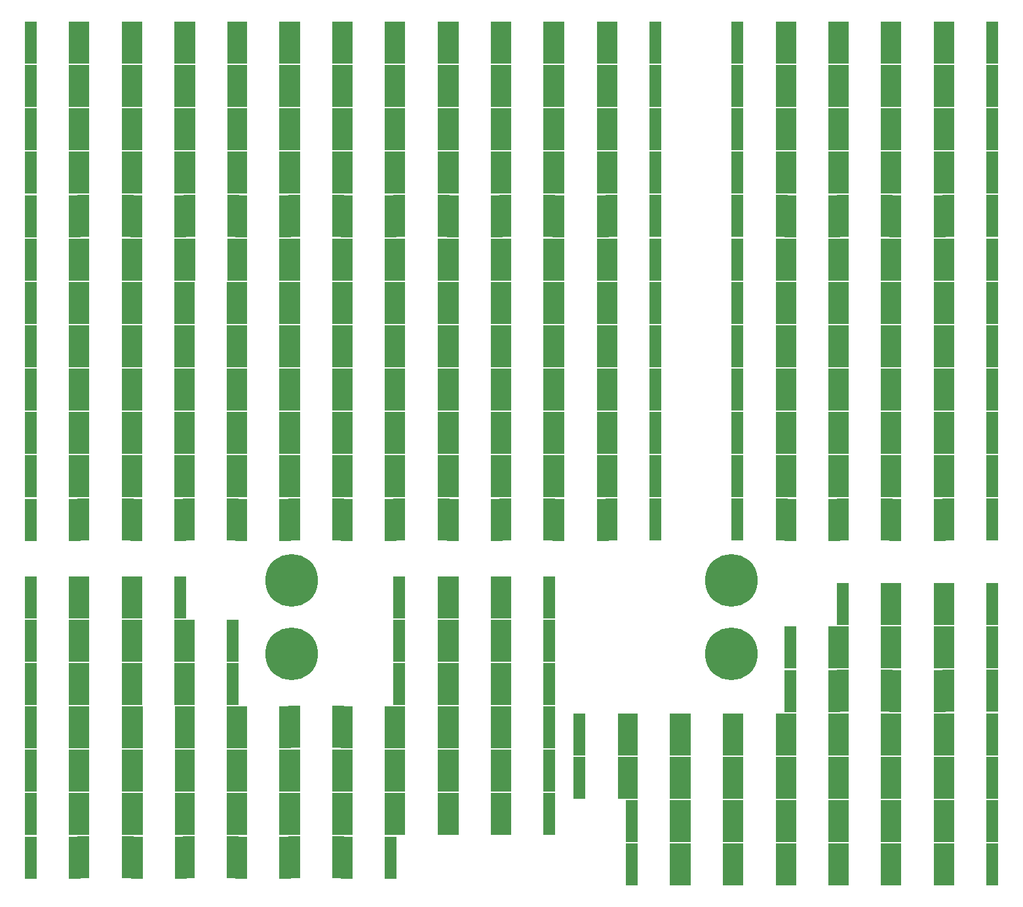
<source format=gbr>
G04 #@! TF.GenerationSoftware,KiCad,Pcbnew,(5.0.0)*
G04 #@! TF.CreationDate,2019-05-02T23:43:43-07:00*
G04 #@! TF.ProjectId,SSB Cap Board - Rev2,5353422043617020426F617264202D20,rev?*
G04 #@! TF.SameCoordinates,Original*
G04 #@! TF.FileFunction,Soldermask,Top*
G04 #@! TF.FilePolarity,Negative*
%FSLAX46Y46*%
G04 Gerber Fmt 4.6, Leading zero omitted, Abs format (unit mm)*
G04 Created by KiCad (PCBNEW (5.0.0)) date 05/02/19 23:43:43*
%MOMM*%
%LPD*%
G01*
G04 APERTURE LIST*
%ADD10R,1.650000X5.400000*%
%ADD11C,6.800000*%
%ADD12C,1.200000*%
G04 APERTURE END LIST*
D10*
G04 #@! TO.C,C284*
X12905000Y92205000D03*
X18605000Y92205000D03*
G04 #@! TD*
G04 #@! TO.C,C292*
X12905000Y86605000D03*
X18605000Y86605000D03*
G04 #@! TD*
G04 #@! TO.C,C399*
X12905000Y97805000D03*
X18605000Y97805000D03*
G04 #@! TD*
G04 #@! TO.C,C504*
X8795000Y8495000D03*
X14495000Y8495000D03*
G04 #@! TD*
G04 #@! TO.C,C456*
X62105000Y58605000D03*
X56405000Y58605000D03*
G04 #@! TD*
G04 #@! TO.C,C462*
X22395000Y8495000D03*
X28095000Y8495000D03*
G04 #@! TD*
G04 #@! TO.C,C517*
X22395000Y2895000D03*
X28095000Y2895000D03*
G04 #@! TD*
G04 #@! TO.C,C477*
X62105000Y2905000D03*
X56405000Y2905000D03*
G04 #@! TD*
G04 #@! TO.C,C479*
X34905000Y-2695000D03*
X29205000Y-2695000D03*
G04 #@! TD*
G04 #@! TO.C,C578*
X62105000Y8505000D03*
X56405000Y8505000D03*
G04 #@! TD*
G04 #@! TO.C,C577*
X15505000Y-2695000D03*
X21205000Y-2695000D03*
G04 #@! TD*
G04 #@! TO.C,C576*
X62105000Y-2695000D03*
X56405000Y-2695000D03*
G04 #@! TD*
G04 #@! TO.C,C570*
X34905000Y2905000D03*
X29205000Y2905000D03*
G04 #@! TD*
G04 #@! TO.C,C568*
X62105000Y14105000D03*
X56405000Y14105000D03*
G04 #@! TD*
G04 #@! TO.C,C567*
X15505000Y2905000D03*
X21205000Y2905000D03*
G04 #@! TD*
G04 #@! TO.C,C566*
X22395000Y14095000D03*
X28095000Y14095000D03*
G04 #@! TD*
G04 #@! TO.C,C573*
X62105000Y53005000D03*
X56405000Y53005000D03*
G04 #@! TD*
G04 #@! TO.C,C597*
X34905000Y8505000D03*
X29205000Y8505000D03*
G04 #@! TD*
G04 #@! TO.C,C596*
X14495000Y14095000D03*
X8795000Y14095000D03*
G04 #@! TD*
G04 #@! TO.C,C595*
X62105000Y19705000D03*
X56405000Y19705000D03*
G04 #@! TD*
G04 #@! TO.C,C594*
X15505000Y8505000D03*
X21205000Y8505000D03*
G04 #@! TD*
G04 #@! TO.C,C593*
X34905000Y14105000D03*
X29205000Y14105000D03*
G04 #@! TD*
G04 #@! TO.C,C588*
X49595000Y92195000D03*
X55295000Y92195000D03*
G04 #@! TD*
G04 #@! TO.C,C585*
X28095000Y-2705000D03*
X22395000Y-2705000D03*
G04 #@! TD*
G04 #@! TO.C,C584*
X62105000Y25305000D03*
X56405000Y25305000D03*
G04 #@! TD*
G04 #@! TO.C,C583*
X15505000Y14105000D03*
X21205000Y14105000D03*
G04 #@! TD*
G04 #@! TO.C,C591*
X35995000Y25295000D03*
X41695000Y25295000D03*
G04 #@! TD*
G04 #@! TO.C,C590*
X62105000Y64205000D03*
X56405000Y64205000D03*
G04 #@! TD*
G04 #@! TO.C,C542*
X48505000Y69805000D03*
X42805000Y69805000D03*
G04 #@! TD*
G04 #@! TO.C,C540*
X48505000Y30905000D03*
X42805000Y30905000D03*
G04 #@! TD*
G04 #@! TO.C,C537*
X55295000Y25295000D03*
X49595000Y25295000D03*
G04 #@! TD*
G04 #@! TO.C,C536*
X49595000Y30895000D03*
X55295000Y30895000D03*
G04 #@! TD*
G04 #@! TO.C,C534*
X62105000Y69805000D03*
X56405000Y69805000D03*
G04 #@! TD*
G04 #@! TO.C,C532*
X49595000Y80995000D03*
X55295000Y80995000D03*
G04 #@! TD*
G04 #@! TO.C,C530*
X48505000Y47405000D03*
X42805000Y47405000D03*
G04 #@! TD*
G04 #@! TO.C,C528*
X35995000Y97795000D03*
X41695000Y97795000D03*
G04 #@! TD*
G04 #@! TO.C,C527*
X41695000Y19695000D03*
X35995000Y19695000D03*
G04 #@! TD*
G04 #@! TO.C,C564*
X49595000Y19695000D03*
X55295000Y19695000D03*
G04 #@! TD*
G04 #@! TO.C,C535*
X42805000Y-2695000D03*
X48505000Y-2695000D03*
G04 #@! TD*
G04 #@! TO.C,C562*
X62105000Y75405000D03*
X56405000Y75405000D03*
G04 #@! TD*
G04 #@! TO.C,C560*
X49595000Y75395000D03*
X55295000Y75395000D03*
G04 #@! TD*
G04 #@! TO.C,C558*
X48505000Y53005000D03*
X42805000Y53005000D03*
G04 #@! TD*
G04 #@! TO.C,C556*
X35995000Y103395000D03*
X41695000Y103395000D03*
G04 #@! TD*
G04 #@! TO.C,C592*
X41695000Y14095000D03*
X35995000Y14095000D03*
G04 #@! TD*
G04 #@! TO.C,C544*
X34905000Y103405000D03*
X29205000Y103405000D03*
G04 #@! TD*
G04 #@! TO.C,C553*
X55295000Y14095000D03*
X49595000Y14095000D03*
G04 #@! TD*
G04 #@! TO.C,C552*
X48505000Y2905000D03*
X42805000Y2905000D03*
G04 #@! TD*
G04 #@! TO.C,C551*
X56405000Y81005000D03*
X62105000Y81005000D03*
G04 #@! TD*
G04 #@! TO.C,C550*
X49595000Y69795000D03*
X55295000Y69795000D03*
G04 #@! TD*
G04 #@! TO.C,C548*
X48505000Y58605000D03*
X42805000Y58605000D03*
G04 #@! TD*
G04 #@! TO.C,C546*
X35995000Y92195000D03*
X41695000Y92195000D03*
G04 #@! TD*
G04 #@! TO.C,C545*
X41695000Y8495000D03*
X35995000Y8495000D03*
G04 #@! TD*
G04 #@! TO.C,C554*
X34905000Y41805000D03*
X29205000Y41805000D03*
G04 #@! TD*
G04 #@! TO.C,C432*
X55295000Y8495000D03*
X49595000Y8495000D03*
G04 #@! TD*
G04 #@! TO.C,C599*
X34905000Y97805000D03*
X29205000Y97805000D03*
G04 #@! TD*
G04 #@! TO.C,C429*
X56405000Y86605000D03*
X62105000Y86605000D03*
G04 #@! TD*
G04 #@! TO.C,C428*
X49595000Y64195000D03*
X55295000Y64195000D03*
G04 #@! TD*
G04 #@! TO.C,C427*
X42805000Y64205000D03*
X48505000Y64205000D03*
G04 #@! TD*
G04 #@! TO.C,C425*
X41695000Y86595000D03*
X35995000Y86595000D03*
G04 #@! TD*
G04 #@! TO.C,C415*
X35995000Y2895000D03*
X41695000Y2895000D03*
G04 #@! TD*
G04 #@! TO.C,C450*
X29205000Y47405000D03*
X34905000Y47405000D03*
G04 #@! TD*
G04 #@! TO.C,C422*
X49595000Y2895000D03*
X55295000Y2895000D03*
G04 #@! TD*
G04 #@! TO.C,C413*
X42805000Y14105000D03*
X48505000Y14105000D03*
G04 #@! TD*
G04 #@! TO.C,C420*
X62105000Y92205000D03*
X56405000Y92205000D03*
G04 #@! TD*
G04 #@! TO.C,C419*
X55295000Y58595000D03*
X49595000Y58595000D03*
G04 #@! TD*
G04 #@! TO.C,C418*
X49595000Y86595000D03*
X55295000Y86595000D03*
G04 #@! TD*
G04 #@! TO.C,C417*
X41695000Y80995000D03*
X35995000Y80995000D03*
G04 #@! TD*
G04 #@! TO.C,C416*
X35995000Y-2705000D03*
X41695000Y-2705000D03*
G04 #@! TD*
G04 #@! TO.C,C424*
X29205000Y53005000D03*
X34905000Y53005000D03*
G04 #@! TD*
G04 #@! TO.C,C423*
X49595000Y-2705000D03*
X55295000Y-2705000D03*
G04 #@! TD*
G04 #@! TO.C,C421*
X42805000Y19705000D03*
X48505000Y19705000D03*
G04 #@! TD*
G04 #@! TO.C,C447*
X62105000Y97805000D03*
X56405000Y97805000D03*
G04 #@! TD*
G04 #@! TO.C,C446*
X55295000Y52995000D03*
X49595000Y52995000D03*
G04 #@! TD*
G04 #@! TO.C,C445*
X48505000Y75405000D03*
X42805000Y75405000D03*
G04 #@! TD*
G04 #@! TO.C,C444*
X41695000Y75395000D03*
X35995000Y75395000D03*
G04 #@! TD*
G04 #@! TO.C,C433*
X34905000Y58605000D03*
X29205000Y58605000D03*
G04 #@! TD*
G04 #@! TO.C,C442*
X56405000Y30905000D03*
X62105000Y30905000D03*
G04 #@! TD*
G04 #@! TO.C,C555*
X62105000Y103405000D03*
X56405000Y103405000D03*
G04 #@! TD*
G04 #@! TO.C,C430*
X55295000Y97795000D03*
X49595000Y97795000D03*
G04 #@! TD*
G04 #@! TO.C,C439*
X49595000Y47395000D03*
X55295000Y47395000D03*
G04 #@! TD*
G04 #@! TO.C,C438*
X42805000Y81005000D03*
X48505000Y81005000D03*
G04 #@! TD*
G04 #@! TO.C,C437*
X35995000Y69795000D03*
X41695000Y69795000D03*
G04 #@! TD*
G04 #@! TO.C,C436*
X29205000Y64205000D03*
X34905000Y64205000D03*
G04 #@! TD*
G04 #@! TO.C,C435*
X48505000Y25305000D03*
X42805000Y25305000D03*
G04 #@! TD*
G04 #@! TO.C,C434*
X55295000Y103395000D03*
X49595000Y103395000D03*
G04 #@! TD*
G04 #@! TO.C,C443*
X48505000Y97805000D03*
X42805000Y97805000D03*
G04 #@! TD*
G04 #@! TO.C,C441*
X42805000Y86605000D03*
X48505000Y86605000D03*
G04 #@! TD*
G04 #@! TO.C,C431*
X35995000Y64195000D03*
X41695000Y64195000D03*
G04 #@! TD*
G04 #@! TO.C,C440*
X29205000Y69805000D03*
X34905000Y69805000D03*
G04 #@! TD*
G04 #@! TO.C,C451*
X62105000Y47405000D03*
X56405000Y47405000D03*
G04 #@! TD*
G04 #@! TO.C,C448*
X42805000Y92205000D03*
X48505000Y92205000D03*
G04 #@! TD*
G04 #@! TO.C,C411*
X62105000Y41805000D03*
X56405000Y41805000D03*
G04 #@! TD*
G04 #@! TO.C,C410*
X41695000Y58595000D03*
X35995000Y58595000D03*
G04 #@! TD*
G04 #@! TO.C,C409*
X34905000Y75405000D03*
X29205000Y75405000D03*
G04 #@! TD*
G04 #@! TO.C,C408*
X42805000Y103405000D03*
X48505000Y103405000D03*
G04 #@! TD*
G04 #@! TO.C,C407*
X49595000Y41795000D03*
X55295000Y41795000D03*
G04 #@! TD*
G04 #@! TO.C,C406*
X41695000Y52995000D03*
X35995000Y52995000D03*
G04 #@! TD*
G04 #@! TO.C,C404*
X34905000Y81005000D03*
X29205000Y81005000D03*
G04 #@! TD*
G04 #@! TO.C,C403*
X42805000Y41805000D03*
X48505000Y41805000D03*
G04 #@! TD*
G04 #@! TO.C,C402*
X35995000Y47395000D03*
X41695000Y47395000D03*
G04 #@! TD*
G04 #@! TO.C,C401*
X29205000Y86605000D03*
X34905000Y86605000D03*
G04 #@! TD*
G04 #@! TO.C,C414*
X35995000Y41795000D03*
X41695000Y41795000D03*
G04 #@! TD*
G04 #@! TO.C,C412*
X29205000Y92205000D03*
X34905000Y92205000D03*
G04 #@! TD*
G04 #@! TO.C,C405*
X48505000Y8505000D03*
X42805000Y8505000D03*
G04 #@! TD*
G04 #@! TO.C,C291*
X18605000Y81005000D03*
X12905000Y81005000D03*
G04 #@! TD*
G04 #@! TO.C,C237*
X12905000Y75405000D03*
X18605000Y75405000D03*
G04 #@! TD*
G04 #@! TO.C,C52*
X12905000Y53005000D03*
X18605000Y53005000D03*
G04 #@! TD*
G04 #@! TO.C,C97*
X12905000Y47405000D03*
X18605000Y47405000D03*
G04 #@! TD*
G04 #@! TO.C,C21*
X12905000Y41805000D03*
X18605000Y41805000D03*
G04 #@! TD*
G04 #@! TO.C,C120*
X12905000Y69805000D03*
X18605000Y69805000D03*
G04 #@! TD*
G04 #@! TO.C,C303*
X18605000Y58605000D03*
X12905000Y58605000D03*
G04 #@! TD*
G04 #@! TO.C,C394*
X12905000Y64205000D03*
X18605000Y64205000D03*
G04 #@! TD*
G04 #@! TO.C,C343*
X-42805000Y31795000D03*
X-48505000Y31795000D03*
G04 #@! TD*
G04 #@! TO.C,C1*
X-42805000Y52995000D03*
X-48505000Y52995000D03*
G04 #@! TD*
G04 #@! TO.C,C273*
X-55295000Y9405000D03*
X-49595000Y9405000D03*
G04 #@! TD*
G04 #@! TO.C,C264*
X-14495000Y3805000D03*
X-8795000Y3805000D03*
G04 #@! TD*
G04 #@! TO.C,C262*
X-56405000Y26195000D03*
X-62105000Y26195000D03*
G04 #@! TD*
G04 #@! TO.C,C261*
X-55295000Y-1795000D03*
X-49595000Y-1795000D03*
G04 #@! TD*
G04 #@! TO.C,C260*
X-29205000Y9395000D03*
X-34905000Y9395000D03*
G04 #@! TD*
G04 #@! TO.C,C259*
X-42705000Y14995000D03*
X-48405000Y14995000D03*
G04 #@! TD*
G04 #@! TO.C,C258*
X-41695000Y20605000D03*
X-35995000Y20605000D03*
G04 #@! TD*
G04 #@! TO.C,C257*
X-28095000Y-1795000D03*
X-22395000Y-1795000D03*
G04 #@! TD*
G04 #@! TO.C,C314*
X-56405000Y20595000D03*
X-62105000Y20595000D03*
G04 #@! TD*
G04 #@! TO.C,C266*
X-55295000Y3805000D03*
X-49595000Y3805000D03*
G04 #@! TD*
G04 #@! TO.C,C265*
X-29205000Y3795000D03*
X-34905000Y3795000D03*
G04 #@! TD*
G04 #@! TO.C,C311*
X-42705000Y9395000D03*
X-48405000Y9395000D03*
G04 #@! TD*
G04 #@! TO.C,C310*
X-41695000Y26205000D03*
X-35995000Y26205000D03*
G04 #@! TD*
G04 #@! TO.C,C309*
X-28095000Y3805000D03*
X-22395000Y3805000D03*
G04 #@! TD*
G04 #@! TO.C,C308*
X-56405000Y86595000D03*
X-62105000Y86595000D03*
G04 #@! TD*
G04 #@! TO.C,C304*
X-56405000Y14995000D03*
X-62105000Y14995000D03*
G04 #@! TD*
G04 #@! TO.C,C302*
X-29205000Y-1805000D03*
X-34905000Y-1805000D03*
G04 #@! TD*
G04 #@! TO.C,C301*
X-42705000Y3795000D03*
X-48405000Y3795000D03*
G04 #@! TD*
G04 #@! TO.C,C283*
X-41695000Y-1795000D03*
X-35995000Y-1795000D03*
G04 #@! TD*
G04 #@! TO.C,C282*
X-56405000Y80995000D03*
X-62105000Y80995000D03*
G04 #@! TD*
G04 #@! TO.C,C295*
X-56405000Y9395000D03*
X-62105000Y9395000D03*
G04 #@! TD*
G04 #@! TO.C,C294*
X-55295000Y15005000D03*
X-49595000Y15005000D03*
G04 #@! TD*
G04 #@! TO.C,C293*
X-28095000Y9405000D03*
X-22395000Y9405000D03*
G04 #@! TD*
G04 #@! TO.C,C289*
X-56405000Y75395000D03*
X-62105000Y75395000D03*
G04 #@! TD*
G04 #@! TO.C,C287*
X-56405000Y3795000D03*
X-62105000Y3795000D03*
G04 #@! TD*
G04 #@! TO.C,C286*
X-55295000Y20605000D03*
X-49595000Y20605000D03*
G04 #@! TD*
G04 #@! TO.C,C285*
X-28095000Y15105000D03*
X-22395000Y15105000D03*
G04 #@! TD*
G04 #@! TO.C,C299*
X-14495000Y9405000D03*
X-8795000Y9405000D03*
G04 #@! TD*
G04 #@! TO.C,C298*
X-795000Y3805000D03*
X4905000Y3805000D03*
G04 #@! TD*
G04 #@! TO.C,C281*
X-56405000Y69795000D03*
X-62105000Y69795000D03*
G04 #@! TD*
G04 #@! TO.C,C296*
X-56405000Y-1805000D03*
X-62105000Y-1805000D03*
G04 #@! TD*
G04 #@! TO.C,C377*
X-55295000Y26205000D03*
X-49595000Y26205000D03*
G04 #@! TD*
G04 #@! TO.C,C398*
X-14495000Y15005000D03*
X-8795000Y15005000D03*
G04 #@! TD*
G04 #@! TO.C,C397*
X-795000Y9405000D03*
X4905000Y9405000D03*
G04 #@! TD*
G04 #@! TO.C,C396*
X-56405000Y64195000D03*
X-62105000Y64195000D03*
G04 #@! TD*
G04 #@! TO.C,C395*
X-55295000Y31805000D03*
X-49595000Y31805000D03*
G04 #@! TD*
G04 #@! TO.C,C390*
X-15605000Y14995000D03*
X-21305000Y14995000D03*
G04 #@! TD*
G04 #@! TO.C,C389*
X-14495000Y20605000D03*
X-8795000Y20605000D03*
G04 #@! TD*
G04 #@! TO.C,C388*
X-795000Y15005000D03*
X4905000Y15005000D03*
G04 #@! TD*
G04 #@! TO.C,C387*
X-56405000Y58595000D03*
X-62105000Y58595000D03*
G04 #@! TD*
G04 #@! TO.C,C386*
X12905000Y103405000D03*
X18605000Y103405000D03*
G04 #@! TD*
G04 #@! TO.C,C385*
X-15605000Y9395000D03*
X-21305000Y9395000D03*
G04 #@! TD*
G04 #@! TO.C,C384*
X-14495000Y26205000D03*
X-8795000Y26205000D03*
G04 #@! TD*
G04 #@! TO.C,C383*
X-795000Y20605000D03*
X4905000Y20605000D03*
G04 #@! TD*
G04 #@! TO.C,C382*
X-56405000Y52995000D03*
X-62105000Y52995000D03*
G04 #@! TD*
G04 #@! TO.C,C381*
X-15605000Y3795000D03*
X-21305000Y3795000D03*
G04 #@! TD*
G04 #@! TO.C,C380*
X-14495000Y31805000D03*
X-8795000Y31805000D03*
G04 #@! TD*
G04 #@! TO.C,C379*
X-795000Y26205000D03*
X4905000Y26205000D03*
G04 #@! TD*
G04 #@! TO.C,C378*
X-56405000Y47395000D03*
X-62105000Y47395000D03*
G04 #@! TD*
G04 #@! TO.C,C392*
X-795000Y31805000D03*
X4905000Y31805000D03*
G04 #@! TD*
G04 #@! TO.C,C93*
X-29205000Y58595000D03*
X-34905000Y58595000D03*
G04 #@! TD*
G04 #@! TO.C,C92*
X-41595000Y92205000D03*
X-35895000Y92205000D03*
G04 #@! TD*
G04 #@! TO.C,C91*
X-42805000Y47395000D03*
X-48505000Y47395000D03*
G04 #@! TD*
G04 #@! TO.C,C90*
X-55295000Y103405000D03*
X-49595000Y103405000D03*
G04 #@! TD*
G04 #@! TO.C,C89*
X-28095000Y47405000D03*
X-22395000Y47405000D03*
G04 #@! TD*
G04 #@! TO.C,C88*
X-15605000Y92195000D03*
X-21305000Y92195000D03*
G04 #@! TD*
G04 #@! TO.C,C87*
X-14495000Y58605000D03*
X-8795000Y58605000D03*
G04 #@! TD*
G04 #@! TO.C,C86*
X-1905000Y80995000D03*
X-7605000Y80995000D03*
G04 #@! TD*
G04 #@! TO.C,C85*
X-795000Y69805000D03*
X4905000Y69805000D03*
G04 #@! TD*
G04 #@! TO.C,C84*
X11795000Y69795000D03*
X6095000Y69795000D03*
G04 #@! TD*
G04 #@! TO.C,C83*
X-29205000Y64195000D03*
X-34905000Y64195000D03*
G04 #@! TD*
G04 #@! TO.C,C82*
X-41595000Y86605000D03*
X-35895000Y86605000D03*
G04 #@! TD*
G04 #@! TO.C,C81*
X-41595000Y81005000D03*
X-35895000Y81005000D03*
G04 #@! TD*
G04 #@! TO.C,C80*
X11795000Y64195000D03*
X6095000Y64195000D03*
G04 #@! TD*
G04 #@! TO.C,C251*
X-41695000Y3805000D03*
X-35995000Y3805000D03*
G04 #@! TD*
G04 #@! TO.C,C78*
X-29205000Y69795000D03*
X-34905000Y69795000D03*
G04 #@! TD*
G04 #@! TO.C,C77*
X11795000Y75395000D03*
X6095000Y75395000D03*
G04 #@! TD*
G04 #@! TO.C,C76*
X-795000Y64205000D03*
X4905000Y64205000D03*
G04 #@! TD*
G04 #@! TO.C,C75*
X-42805000Y58595000D03*
X-48505000Y58595000D03*
G04 #@! TD*
G04 #@! TO.C,C74*
X-1905000Y86595000D03*
X-7605000Y86595000D03*
G04 #@! TD*
G04 #@! TO.C,C73*
X-14495000Y53005000D03*
X-8795000Y53005000D03*
G04 #@! TD*
G04 #@! TO.C,C72*
X-15605000Y97795000D03*
X-21305000Y97795000D03*
G04 #@! TD*
G04 #@! TO.C,C71*
X-1905000Y3795000D03*
X-7605000Y3795000D03*
G04 #@! TD*
G04 #@! TO.C,C70*
X-55295000Y97805000D03*
X-49595000Y97805000D03*
G04 #@! TD*
G04 #@! TO.C,C68*
X-28095000Y41805000D03*
X-22395000Y41805000D03*
G04 #@! TD*
G04 #@! TO.C,C252*
X-56405000Y41795000D03*
X-62105000Y41795000D03*
G04 #@! TD*
G04 #@! TO.C,C119*
X-56405000Y103395000D03*
X-62105000Y103395000D03*
G04 #@! TD*
G04 #@! TO.C,C118*
X-55295000Y69805000D03*
X-49595000Y69805000D03*
G04 #@! TD*
G04 #@! TO.C,C108*
X-1905000Y31795000D03*
X-7605000Y31795000D03*
G04 #@! TD*
G04 #@! TO.C,C106*
X-42805000Y103395000D03*
X-48505000Y103395000D03*
G04 #@! TD*
G04 #@! TO.C,C105*
X-56405000Y92195000D03*
X-62105000Y92195000D03*
G04 #@! TD*
G04 #@! TO.C,C96*
X-42805000Y97795000D03*
X-48505000Y97795000D03*
G04 #@! TD*
G04 #@! TO.C,C95*
X-55295000Y47405000D03*
X-49595000Y47405000D03*
G04 #@! TD*
G04 #@! TO.C,C22*
X-55295000Y53005000D03*
X-49595000Y53005000D03*
G04 #@! TD*
G04 #@! TO.C,C16*
X-55295000Y58605000D03*
X-49595000Y58605000D03*
G04 #@! TD*
G04 #@! TO.C,C62*
X-42805000Y92195000D03*
X-48505000Y92195000D03*
G04 #@! TD*
G04 #@! TO.C,C2*
X-41695000Y47405000D03*
X-35995000Y47405000D03*
G04 #@! TD*
G04 #@! TO.C,C3*
X11795000Y103395000D03*
X6095000Y103395000D03*
G04 #@! TD*
G04 #@! TO.C,C4*
X-29205000Y103395000D03*
X-34905000Y103395000D03*
G04 #@! TD*
G04 #@! TO.C,C10*
X-15605000Y-1805000D03*
X-21305000Y-1805000D03*
G04 #@! TD*
G04 #@! TO.C,C11*
X-55295000Y64205000D03*
X-49595000Y64205000D03*
G04 #@! TD*
G04 #@! TO.C,C12*
X-42805000Y86595000D03*
X-48505000Y86595000D03*
G04 #@! TD*
G04 #@! TO.C,C13*
X-41695000Y53005000D03*
X-35995000Y53005000D03*
G04 #@! TD*
G04 #@! TO.C,C14*
X-29205000Y97795000D03*
X-34905000Y97795000D03*
G04 #@! TD*
G04 #@! TO.C,C15*
X-55295000Y75405000D03*
X-49595000Y75405000D03*
G04 #@! TD*
G04 #@! TO.C,C31*
X-42805000Y80995000D03*
X-48505000Y80995000D03*
G04 #@! TD*
G04 #@! TO.C,C61*
X-41695000Y58605000D03*
X-35995000Y58605000D03*
G04 #@! TD*
G04 #@! TO.C,C60*
X-29205000Y92195000D03*
X-34905000Y92195000D03*
G04 #@! TD*
G04 #@! TO.C,C59*
X11795000Y97795000D03*
X6095000Y97795000D03*
G04 #@! TD*
G04 #@! TO.C,C53*
X-1905000Y26195000D03*
X-7605000Y26195000D03*
G04 #@! TD*
G04 #@! TO.C,C51*
X-42805000Y75395000D03*
X-48505000Y75395000D03*
G04 #@! TD*
G04 #@! TO.C,C50*
X-41695000Y64205000D03*
X-35995000Y64205000D03*
G04 #@! TD*
G04 #@! TO.C,C49*
X-29205000Y86595000D03*
X-34905000Y86595000D03*
G04 #@! TD*
G04 #@! TO.C,C63*
X11795000Y92195000D03*
X6095000Y92195000D03*
G04 #@! TD*
G04 #@! TO.C,C47*
X-795000Y47405000D03*
X4905000Y47405000D03*
G04 #@! TD*
G04 #@! TO.C,C45*
X-1905000Y103395000D03*
X-7605000Y103395000D03*
G04 #@! TD*
G04 #@! TO.C,C44*
X-795000Y41805000D03*
X4905000Y41805000D03*
G04 #@! TD*
G04 #@! TO.C,C43*
X-41695000Y41805000D03*
X-35995000Y41805000D03*
G04 #@! TD*
G04 #@! TO.C,C41*
X-14495000Y41805000D03*
X-8795000Y41805000D03*
G04 #@! TD*
G04 #@! TO.C,C40*
X-15605000Y103395000D03*
X-21305000Y103395000D03*
G04 #@! TD*
G04 #@! TO.C,C39*
X-1905000Y9395000D03*
X-7605000Y9395000D03*
G04 #@! TD*
G04 #@! TO.C,C38*
X-14495000Y69805000D03*
X-8795000Y69805000D03*
G04 #@! TD*
G04 #@! TO.C,C37*
X-1905000Y58595000D03*
X-7605000Y58595000D03*
G04 #@! TD*
G04 #@! TO.C,C36*
X-14495000Y81005000D03*
X-8795000Y81005000D03*
G04 #@! TD*
G04 #@! TO.C,C35*
X-15605000Y69795000D03*
X-21305000Y69795000D03*
G04 #@! TD*
G04 #@! TO.C,C34*
X-28095000Y69805000D03*
X-22395000Y69805000D03*
G04 #@! TD*
G04 #@! TO.C,C94*
X11795000Y41795000D03*
X6095000Y41795000D03*
G04 #@! TD*
G04 #@! TO.C,C32*
X-795000Y97805000D03*
X4905000Y97805000D03*
G04 #@! TD*
G04 #@! TO.C,C33*
X-1905000Y52995000D03*
X-7605000Y52995000D03*
G04 #@! TD*
G04 #@! TO.C,C46*
X-28095000Y86605000D03*
X-22395000Y86605000D03*
G04 #@! TD*
G04 #@! TO.C,C215*
X-42705000Y-1805000D03*
X-48405000Y-1805000D03*
G04 #@! TD*
G04 #@! TO.C,C213*
X-41695000Y15005000D03*
X-35995000Y15005000D03*
G04 #@! TD*
G04 #@! TO.C,C212*
X-42805000Y20595000D03*
X-48505000Y20595000D03*
G04 #@! TD*
G04 #@! TO.C,C211*
X-29205000Y14995000D03*
X-34905000Y14995000D03*
G04 #@! TD*
G04 #@! TO.C,C209*
X-56405000Y31795000D03*
X-62105000Y31795000D03*
G04 #@! TD*
G04 #@! TO.C,C125*
X-15605000Y64195000D03*
X-21305000Y64195000D03*
G04 #@! TD*
G04 #@! TO.C,C203*
X-41695000Y9405000D03*
X-35995000Y9405000D03*
G04 #@! TD*
G04 #@! TO.C,C201*
X-42805000Y26195000D03*
X-48505000Y26195000D03*
G04 #@! TD*
G04 #@! TO.C,C200*
X-28095000Y75405000D03*
X-22395000Y75405000D03*
G04 #@! TD*
G04 #@! TO.C,C199*
X-795000Y103405000D03*
X4905000Y103405000D03*
G04 #@! TD*
G04 #@! TO.C,C198*
X-28095000Y103405000D03*
X-22395000Y103405000D03*
G04 #@! TD*
G04 #@! TO.C,C197*
X-14495000Y92205000D03*
X-8795000Y92205000D03*
G04 #@! TD*
G04 #@! TO.C,C196*
X-15605000Y58595000D03*
X-21305000Y58595000D03*
G04 #@! TD*
G04 #@! TO.C,C195*
X-28095000Y81005000D03*
X-22395000Y81005000D03*
G04 #@! TD*
G04 #@! TO.C,C194*
X-1905000Y41795000D03*
X-7605000Y41795000D03*
G04 #@! TD*
G04 #@! TO.C,C193*
X-14495000Y97805000D03*
X-8795000Y97805000D03*
G04 #@! TD*
G04 #@! TO.C,C192*
X-15605000Y52995000D03*
X-21305000Y52995000D03*
G04 #@! TD*
G04 #@! TO.C,C191*
X-14495000Y86605000D03*
X-8795000Y86605000D03*
G04 #@! TD*
G04 #@! TO.C,C190*
X-1905000Y20595000D03*
X-7605000Y20595000D03*
G04 #@! TD*
G04 #@! TO.C,C126*
X-55295000Y81005000D03*
X-49595000Y81005000D03*
G04 #@! TD*
G04 #@! TO.C,C48*
X-42805000Y69795000D03*
X-48505000Y69795000D03*
G04 #@! TD*
G04 #@! TO.C,C155*
X-29205000Y80995000D03*
X-34905000Y80995000D03*
G04 #@! TD*
G04 #@! TO.C,C154*
X11795000Y86595000D03*
X6095000Y86595000D03*
G04 #@! TD*
G04 #@! TO.C,C153*
X-795000Y53005000D03*
X4905000Y53005000D03*
G04 #@! TD*
G04 #@! TO.C,C152*
X-1905000Y97795000D03*
X-7605000Y97795000D03*
G04 #@! TD*
G04 #@! TO.C,C149*
X-55295000Y92205000D03*
X-49595000Y92205000D03*
G04 #@! TD*
G04 #@! TO.C,C148*
X-1905000Y14995000D03*
X-7605000Y14995000D03*
G04 #@! TD*
G04 #@! TO.C,C147*
X-55295000Y86605000D03*
X-49595000Y86605000D03*
G04 #@! TD*
G04 #@! TO.C,C146*
X-42805000Y64195000D03*
X-48505000Y64195000D03*
G04 #@! TD*
G04 #@! TO.C,C145*
X-41595000Y75405000D03*
X-35895000Y75405000D03*
G04 #@! TD*
G04 #@! TO.C,C144*
X-29205000Y75395000D03*
X-34905000Y75395000D03*
G04 #@! TD*
G04 #@! TO.C,C143*
X11795000Y80995000D03*
X6095000Y80995000D03*
G04 #@! TD*
G04 #@! TO.C,C142*
X-795000Y58605000D03*
X4905000Y58605000D03*
G04 #@! TD*
G04 #@! TO.C,C188*
X-1905000Y92195000D03*
X-7605000Y92195000D03*
G04 #@! TD*
G04 #@! TO.C,C140*
X-14495000Y47405000D03*
X-8795000Y47405000D03*
G04 #@! TD*
G04 #@! TO.C,C139*
X-28095000Y53005000D03*
X-22395000Y53005000D03*
G04 #@! TD*
G04 #@! TO.C,C138*
X11795000Y52995000D03*
X6095000Y52995000D03*
G04 #@! TD*
G04 #@! TO.C,C137*
X-795000Y86605000D03*
X4905000Y86605000D03*
G04 #@! TD*
G04 #@! TO.C,C136*
X-1905000Y64195000D03*
X-7605000Y64195000D03*
G04 #@! TD*
G04 #@! TO.C,C135*
X-14495000Y75405000D03*
X-8795000Y75405000D03*
G04 #@! TD*
G04 #@! TO.C,C134*
X-15605000Y75395000D03*
X-21305000Y75395000D03*
G04 #@! TD*
G04 #@! TO.C,C133*
X-28095000Y64205000D03*
X-22395000Y64205000D03*
G04 #@! TD*
G04 #@! TO.C,C132*
X-29205000Y41795000D03*
X-34905000Y41795000D03*
G04 #@! TD*
G04 #@! TO.C,C131*
X11795000Y47395000D03*
X6095000Y47395000D03*
G04 #@! TD*
G04 #@! TO.C,C189*
X-56405000Y97795000D03*
X-62105000Y97795000D03*
G04 #@! TD*
G04 #@! TO.C,C180*
X-55295000Y41805000D03*
X-49595000Y41805000D03*
G04 #@! TD*
G04 #@! TO.C,C179*
X-14495000Y103405000D03*
X-8795000Y103405000D03*
G04 #@! TD*
G04 #@! TO.C,C178*
X-15605000Y47395000D03*
X-21305000Y47395000D03*
G04 #@! TD*
G04 #@! TO.C,C177*
X-28095000Y92205000D03*
X-22395000Y92205000D03*
G04 #@! TD*
G04 #@! TO.C,C176*
X-15605000Y41795000D03*
X-21305000Y41795000D03*
G04 #@! TD*
G04 #@! TO.C,C175*
X-28095000Y97805000D03*
X-22395000Y97805000D03*
G04 #@! TD*
G04 #@! TO.C,C157*
X-1905000Y47395000D03*
X-7605000Y47395000D03*
G04 #@! TD*
G04 #@! TO.C,C156*
X-795000Y75405000D03*
X4905000Y75405000D03*
G04 #@! TD*
G04 #@! TO.C,C171*
X-1905000Y75395000D03*
X-7605000Y75395000D03*
G04 #@! TD*
G04 #@! TO.C,C170*
X-14495000Y64205000D03*
X-8795000Y64205000D03*
G04 #@! TD*
G04 #@! TO.C,C169*
X-15605000Y86595000D03*
X-21305000Y86595000D03*
G04 #@! TD*
G04 #@! TO.C,C168*
X-29205000Y47395000D03*
X-34905000Y47395000D03*
G04 #@! TD*
G04 #@! TO.C,C167*
X-42805000Y41795000D03*
X-48505000Y41795000D03*
G04 #@! TD*
G04 #@! TO.C,C166*
X-41595000Y97805000D03*
X-35895000Y97805000D03*
G04 #@! TD*
G04 #@! TO.C,C165*
X-29205000Y52995000D03*
X-34905000Y52995000D03*
G04 #@! TD*
G04 #@! TO.C,C164*
X11795000Y58595000D03*
X6095000Y58595000D03*
G04 #@! TD*
G04 #@! TO.C,C163*
X-795000Y81005000D03*
X4905000Y81005000D03*
G04 #@! TD*
G04 #@! TO.C,C162*
X-1905000Y69795000D03*
X-7605000Y69795000D03*
G04 #@! TD*
G04 #@! TO.C,C161*
X-795000Y92205000D03*
X4905000Y92205000D03*
G04 #@! TD*
G04 #@! TO.C,C160*
X-15605000Y80995000D03*
X-21305000Y80995000D03*
G04 #@! TD*
G04 #@! TO.C,C174*
X-28095000Y58605000D03*
X-22395000Y58605000D03*
G04 #@! TD*
G04 #@! TO.C,C172*
X-41595000Y103405000D03*
X-35895000Y103405000D03*
G04 #@! TD*
G04 #@! TO.C,C158*
X-41695000Y69805000D03*
X-35995000Y69805000D03*
G04 #@! TD*
D11*
G04 #@! TO.C,TP3*
X28400000Y34000000D03*
D12*
X30800000Y34000000D03*
X30097056Y32302944D03*
X28400000Y31600000D03*
X26702944Y32302944D03*
X26000000Y34000000D03*
X26702944Y35697056D03*
X28400000Y36400000D03*
X30097056Y35697056D03*
G04 #@! TD*
D11*
G04 #@! TO.C,TP4*
X28400000Y24500000D03*
D12*
X30800000Y24500000D03*
X30097056Y22802944D03*
X28400000Y22100000D03*
X26702944Y22802944D03*
X26000000Y24500000D03*
X26702944Y26197056D03*
X28400000Y26900000D03*
X30097056Y26197056D03*
G04 #@! TD*
D11*
G04 #@! TO.C,TP1*
X-28400000Y34000000D03*
D12*
X-26000000Y34000000D03*
X-26702944Y32302944D03*
X-28400000Y31600000D03*
X-30097056Y32302944D03*
X-30800000Y34000000D03*
X-30097056Y35697056D03*
X-28400000Y36400000D03*
X-26702944Y35697056D03*
G04 #@! TD*
D11*
G04 #@! TO.C,TP2*
X-28400000Y24500000D03*
D12*
X-26000000Y24500000D03*
X-26702944Y22802944D03*
X-28400000Y22100000D03*
X-30097056Y22802944D03*
X-30800000Y24500000D03*
X-30097056Y26197056D03*
X-28400000Y26900000D03*
X-26702944Y26197056D03*
G04 #@! TD*
M02*

</source>
